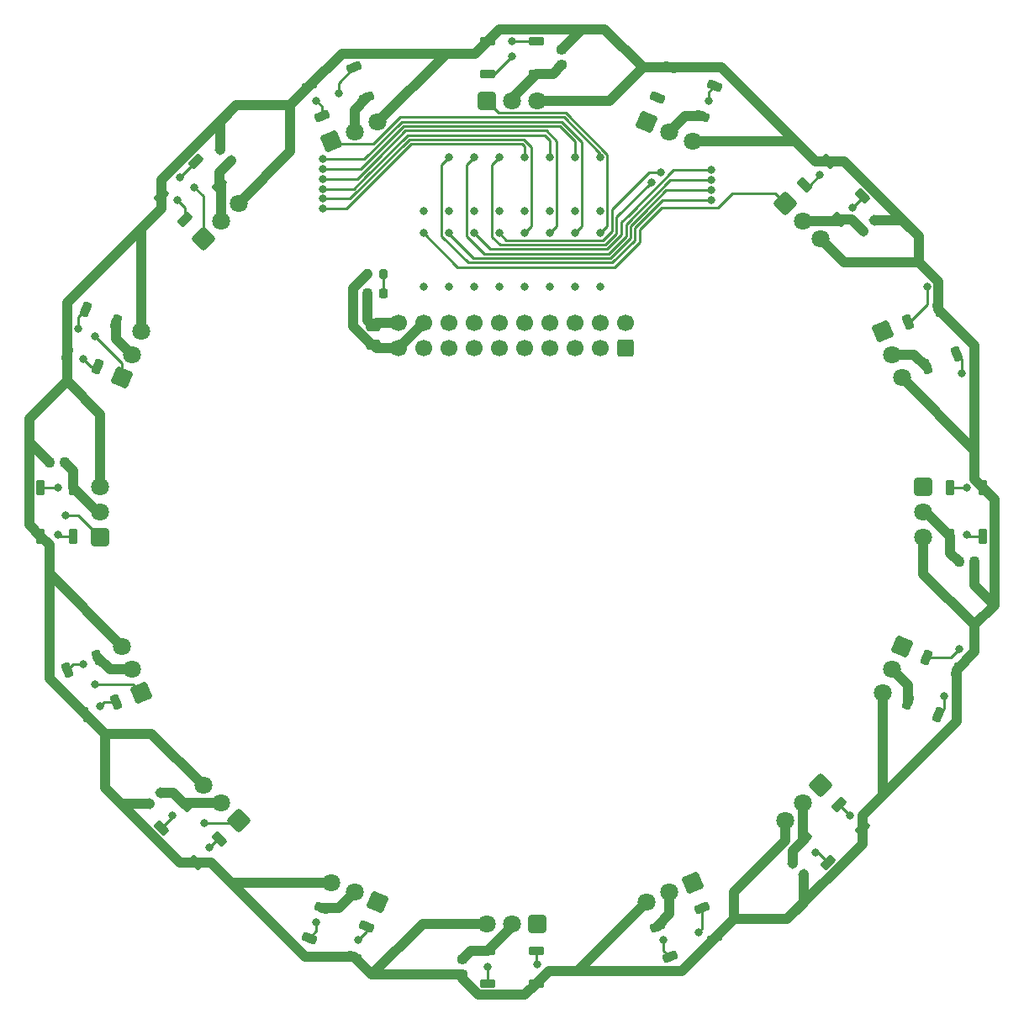
<source format=gbr>
%TF.GenerationSoftware,KiCad,Pcbnew,7.0.6*%
%TF.CreationDate,2023-12-16T12:44:13+09:00*%
%TF.ProjectId,BallSensor_TSSP58038_20230330,42616c6c-5365-46e7-936f-725f54535350,rev?*%
%TF.SameCoordinates,Original*%
%TF.FileFunction,Copper,L1,Top*%
%TF.FilePolarity,Positive*%
%FSLAX46Y46*%
G04 Gerber Fmt 4.6, Leading zero omitted, Abs format (unit mm)*
G04 Created by KiCad (PCBNEW 7.0.6) date 2023-12-16 12:44:13*
%MOMM*%
%LPD*%
G01*
G04 APERTURE LIST*
G04 Aperture macros list*
%AMRoundRect*
0 Rectangle with rounded corners*
0 $1 Rounding radius*
0 $2 $3 $4 $5 $6 $7 $8 $9 X,Y pos of 4 corners*
0 Add a 4 corners polygon primitive as box body*
4,1,4,$2,$3,$4,$5,$6,$7,$8,$9,$2,$3,0*
0 Add four circle primitives for the rounded corners*
1,1,$1+$1,$2,$3*
1,1,$1+$1,$4,$5*
1,1,$1+$1,$6,$7*
1,1,$1+$1,$8,$9*
0 Add four rect primitives between the rounded corners*
20,1,$1+$1,$2,$3,$4,$5,0*
20,1,$1+$1,$4,$5,$6,$7,0*
20,1,$1+$1,$6,$7,$8,$9,0*
20,1,$1+$1,$8,$9,$2,$3,0*%
G04 Aperture macros list end*
%TA.AperFunction,SMDPad,CuDef*%
%ADD10RoundRect,0.225000X0.212132X0.530330X-0.530330X-0.212132X-0.212132X-0.530330X0.530330X0.212132X0*%
%TD*%
%TA.AperFunction,SMDPad,CuDef*%
%ADD11RoundRect,0.225000X0.250000X-0.225000X0.250000X0.225000X-0.250000X0.225000X-0.250000X-0.225000X0*%
%TD*%
%TA.AperFunction,SMDPad,CuDef*%
%ADD12RoundRect,0.225000X-0.571141X-0.006964X0.398933X-0.408782X0.571141X0.006964X-0.398933X0.408782X0*%
%TD*%
%TA.AperFunction,SMDPad,CuDef*%
%ADD13RoundRect,0.225000X0.408782X-0.398933X0.006964X0.571141X-0.408782X0.398933X-0.006964X-0.571141X0*%
%TD*%
%TA.AperFunction,SMDPad,CuDef*%
%ADD14RoundRect,0.200000X-0.200000X-0.275000X0.200000X-0.275000X0.200000X0.275000X-0.200000X0.275000X0*%
%TD*%
%TA.AperFunction,SMDPad,CuDef*%
%ADD15RoundRect,0.225000X0.225000X0.250000X-0.225000X0.250000X-0.225000X-0.250000X0.225000X-0.250000X0*%
%TD*%
%TA.AperFunction,SMDPad,CuDef*%
%ADD16RoundRect,0.225000X0.398933X0.408782X-0.571141X0.006964X-0.398933X-0.408782X0.571141X-0.006964X0*%
%TD*%
%TA.AperFunction,SMDPad,CuDef*%
%ADD17RoundRect,0.225000X-0.530330X0.212132X0.212132X-0.530330X0.530330X-0.212132X-0.212132X0.530330X0*%
%TD*%
%TA.AperFunction,SMDPad,CuDef*%
%ADD18RoundRect,0.250000X0.475000X-0.250000X0.475000X0.250000X-0.475000X0.250000X-0.475000X-0.250000X0*%
%TD*%
%TA.AperFunction,SMDPad,CuDef*%
%ADD19RoundRect,0.225000X-0.225000X0.525000X-0.225000X-0.525000X0.225000X-0.525000X0.225000X0.525000X0*%
%TD*%
%TA.AperFunction,SMDPad,CuDef*%
%ADD20RoundRect,0.225000X-0.250000X0.225000X-0.250000X-0.225000X0.250000X-0.225000X0.250000X0.225000X0*%
%TD*%
%TA.AperFunction,SMDPad,CuDef*%
%ADD21RoundRect,0.225000X-0.212132X-0.530330X0.530330X0.212132X0.212132X0.530330X-0.530330X-0.212132X0*%
%TD*%
%TA.AperFunction,SMDPad,CuDef*%
%ADD22RoundRect,0.225000X-0.335876X-0.017678X-0.017678X-0.335876X0.335876X0.017678X0.017678X0.335876X0*%
%TD*%
%TA.AperFunction,SMDPad,CuDef*%
%ADD23RoundRect,0.225000X0.225000X-0.525000X0.225000X0.525000X-0.225000X0.525000X-0.225000X-0.525000X0*%
%TD*%
%TA.AperFunction,SMDPad,CuDef*%
%ADD24RoundRect,0.225000X-0.398933X-0.408782X0.571141X-0.006964X0.398933X0.408782X-0.571141X0.006964X0*%
%TD*%
%TA.AperFunction,SMDPad,CuDef*%
%ADD25RoundRect,0.225000X0.335876X0.017678X0.017678X0.335876X-0.335876X-0.017678X-0.017678X-0.335876X0*%
%TD*%
%TA.AperFunction,SMDPad,CuDef*%
%ADD26RoundRect,0.218750X-0.218750X-0.256250X0.218750X-0.256250X0.218750X0.256250X-0.218750X0.256250X0*%
%TD*%
%TA.AperFunction,SMDPad,CuDef*%
%ADD27RoundRect,0.225000X-0.006964X0.571141X-0.408782X-0.398933X0.006964X-0.571141X0.408782X0.398933X0*%
%TD*%
%TA.AperFunction,SMDPad,CuDef*%
%ADD28RoundRect,0.225000X-0.525000X-0.225000X0.525000X-0.225000X0.525000X0.225000X-0.525000X0.225000X0*%
%TD*%
%TA.AperFunction,SMDPad,CuDef*%
%ADD29RoundRect,0.225000X-0.225000X-0.250000X0.225000X-0.250000X0.225000X0.250000X-0.225000X0.250000X0*%
%TD*%
%TA.AperFunction,SMDPad,CuDef*%
%ADD30RoundRect,0.225000X0.006964X-0.571141X0.408782X0.398933X-0.006964X0.571141X-0.408782X-0.398933X0*%
%TD*%
%TA.AperFunction,SMDPad,CuDef*%
%ADD31RoundRect,0.225000X0.525000X0.225000X-0.525000X0.225000X-0.525000X-0.225000X0.525000X-0.225000X0*%
%TD*%
%TA.AperFunction,SMDPad,CuDef*%
%ADD32RoundRect,0.225000X0.571141X0.006964X-0.398933X0.408782X-0.571141X-0.006964X0.398933X-0.408782X0*%
%TD*%
%TA.AperFunction,SMDPad,CuDef*%
%ADD33RoundRect,0.225000X-0.408782X0.398933X-0.006964X-0.571141X0.408782X-0.398933X0.006964X0.571141X0*%
%TD*%
%TA.AperFunction,SMDPad,CuDef*%
%ADD34RoundRect,0.225000X-0.017678X0.335876X-0.335876X0.017678X0.017678X-0.335876X0.335876X-0.017678X0*%
%TD*%
%TA.AperFunction,SMDPad,CuDef*%
%ADD35RoundRect,0.225000X0.017678X-0.335876X0.335876X-0.017678X-0.017678X0.335876X-0.335876X0.017678X0*%
%TD*%
%TA.AperFunction,SMDPad,CuDef*%
%ADD36RoundRect,0.225000X0.530330X-0.212132X-0.212132X0.530330X-0.530330X0.212132X0.212132X-0.530330X0*%
%TD*%
%TA.AperFunction,ComponentPad*%
%ADD37RoundRect,0.250200X0.849005X0.351669X-0.351669X0.849005X-0.849005X-0.351669X0.351669X-0.849005X0*%
%TD*%
%TA.AperFunction,ComponentPad*%
%ADD38C,1.800000*%
%TD*%
%TA.AperFunction,ComponentPad*%
%ADD39RoundRect,0.250200X-0.849005X-0.351669X0.351669X-0.849005X0.849005X0.351669X-0.351669X0.849005X0*%
%TD*%
%TA.AperFunction,ComponentPad*%
%ADD40RoundRect,0.250200X-0.918956X0.000000X0.000000X-0.918956X0.918956X0.000000X0.000000X0.918956X0*%
%TD*%
%TA.AperFunction,ComponentPad*%
%ADD41RoundRect,0.250000X0.600000X-0.600000X0.600000X0.600000X-0.600000X0.600000X-0.600000X-0.600000X0*%
%TD*%
%TA.AperFunction,ComponentPad*%
%ADD42C,1.700000*%
%TD*%
%TA.AperFunction,ComponentPad*%
%ADD43RoundRect,0.250200X-0.649800X-0.649800X0.649800X-0.649800X0.649800X0.649800X-0.649800X0.649800X0*%
%TD*%
%TA.AperFunction,ComponentPad*%
%ADD44RoundRect,0.250200X-0.351669X0.849005X-0.849005X-0.351669X0.351669X-0.849005X0.849005X0.351669X0*%
%TD*%
%TA.AperFunction,ComponentPad*%
%ADD45RoundRect,0.250200X0.918956X0.000000X0.000000X0.918956X-0.918956X0.000000X0.000000X-0.918956X0*%
%TD*%
%TA.AperFunction,ComponentPad*%
%ADD46RoundRect,0.250200X0.649800X-0.649800X0.649800X0.649800X-0.649800X0.649800X-0.649800X-0.649800X0*%
%TD*%
%TA.AperFunction,ComponentPad*%
%ADD47RoundRect,0.250200X0.351669X0.849005X-0.849005X0.351669X-0.351669X-0.849005X0.849005X-0.351669X0*%
%TD*%
%TA.AperFunction,ComponentPad*%
%ADD48RoundRect,0.250200X0.000000X-0.918956X0.918956X0.000000X0.000000X0.918956X-0.918956X0.000000X0*%
%TD*%
%TA.AperFunction,ComponentPad*%
%ADD49RoundRect,0.250200X-0.649800X0.649800X-0.649800X-0.649800X0.649800X-0.649800X0.649800X0.649800X0*%
%TD*%
%TA.AperFunction,ComponentPad*%
%ADD50RoundRect,0.250200X0.351669X-0.849005X0.849005X0.351669X-0.351669X0.849005X-0.849005X-0.351669X0*%
%TD*%
%TA.AperFunction,ComponentPad*%
%ADD51RoundRect,0.250200X-0.351669X-0.849005X0.849005X-0.351669X0.351669X0.849005X-0.849005X0.351669X0*%
%TD*%
%TA.AperFunction,ComponentPad*%
%ADD52RoundRect,0.250200X-0.849005X0.351669X-0.351669X-0.849005X0.849005X-0.351669X0.351669X0.849005X0*%
%TD*%
%TA.AperFunction,ComponentPad*%
%ADD53RoundRect,0.250200X0.849005X-0.351669X0.351669X0.849005X-0.849005X0.351669X-0.351669X-0.849005X0*%
%TD*%
%TA.AperFunction,ComponentPad*%
%ADD54RoundRect,0.250200X0.000000X0.918956X-0.918956X0.000000X0.000000X-0.918956X0.918956X0.000000X0*%
%TD*%
%TA.AperFunction,ComponentPad*%
%ADD55RoundRect,0.250200X0.649800X0.649800X-0.649800X0.649800X-0.649800X-0.649800X0.649800X-0.649800X0*%
%TD*%
%TA.AperFunction,ViaPad*%
%ADD56C,0.800000*%
%TD*%
%TA.AperFunction,Conductor*%
%ADD57C,1.000000*%
%TD*%
%TA.AperFunction,Conductor*%
%ADD58C,0.250000*%
%TD*%
G04 APERTURE END LIST*
D10*
%TO.P,D12,1,VDD*%
%TO.N,+5V*%
X136249628Y-131505805D03*
%TO.P,D12,2,DOUT*%
%TO.N,Net-(D12-DOUT)*%
X133916175Y-129172352D03*
%TO.P,D12,3,VSS*%
%TO.N,GND*%
X130451352Y-132637175D03*
%TO.P,D12,4,DIN*%
%TO.N,Net-(D11-DOUT)*%
X132784805Y-134970628D03*
%TD*%
D11*
%TO.P,C18,2*%
%TO.N,+5V*%
X105965000Y-53111000D03*
%TO.P,C18,1*%
%TO.N,GND*%
X105965000Y-54661000D03*
%TD*%
D12*
%TO.P,D17,1,VDD*%
%TO.N,+5V*%
X116859824Y-54910341D03*
%TO.P,D17,2,DOUT*%
%TO.N,unconnected-(D17-DOUT-Pad2)*%
X115596968Y-57959144D03*
%TO.P,D17,3,VSS*%
%TO.N,GND*%
X120123978Y-59834293D03*
%TO.P,D17,4,DIN*%
%TO.N,Net-(D16-DOUT)*%
X121386834Y-56785490D03*
%TD*%
D13*
%TO.P,D7,1,VDD*%
%TO.N,+5V*%
X58064490Y-120107834D03*
%TO.P,D7,2,DOUT*%
%TO.N,Net-(D7-DOUT)*%
X61113293Y-118844978D03*
%TO.P,D7,3,VSS*%
%TO.N,GND*%
X59238144Y-114317968D03*
%TO.P,D7,4,DIN*%
%TO.N,Net-(D6-DOUT)*%
X56189341Y-115580824D03*
%TD*%
D14*
%TO.P,R1,1*%
%TO.N,+5V*%
X86390000Y-75705000D03*
%TO.P,R1,2*%
%TO.N,Net-(D1-A)*%
X88040000Y-75705000D03*
%TD*%
D15*
%TO.P,C20,1*%
%TO.N,GND*%
X55940000Y-94686000D03*
%TO.P,C20,2*%
%TO.N,+5V*%
X54390000Y-94686000D03*
%TD*%
D16*
%TO.P,D11,1,VDD*%
%TO.N,+5V*%
X121386834Y-142586509D03*
%TO.P,D11,2,DOUT*%
%TO.N,Net-(D11-DOUT)*%
X120123978Y-139537706D03*
%TO.P,D11,3,VSS*%
%TO.N,GND*%
X115596968Y-141412855D03*
%TO.P,D11,4,DIN*%
%TO.N,Net-(D10-DOUT)*%
X116859824Y-144461658D03*
%TD*%
D17*
%TO.P,D16,1,VDD*%
%TO.N,+5V*%
X132784805Y-64401371D03*
%TO.P,D16,2,DOUT*%
%TO.N,Net-(D16-DOUT)*%
X130451352Y-66734824D03*
%TO.P,D16,3,VSS*%
%TO.N,GND*%
X133916175Y-70199647D03*
%TO.P,D16,4,DIN*%
%TO.N,Net-(D15-DOUT)*%
X136249628Y-67866194D03*
%TD*%
D18*
%TO.P,BYPS,1*%
%TO.N,+5V*%
X86995000Y-82865000D03*
%TO.P,BYPS,2*%
%TO.N,GND*%
X86995000Y-80965000D03*
%TD*%
D19*
%TO.P,D14,1,VDD*%
%TO.N,+5V*%
X148415000Y-97236000D03*
%TO.P,D14,2,DOUT*%
%TO.N,Net-(D14-DOUT)*%
X145115000Y-97236000D03*
%TO.P,D14,3,VSS*%
%TO.N,GND*%
X145115000Y-102136000D03*
%TO.P,D14,4,DIN*%
%TO.N,Net-(D13-DOUT)*%
X148415000Y-102136000D03*
%TD*%
D20*
%TO.P,C22,1*%
%TO.N,GND*%
X95965000Y-144711000D03*
%TO.P,C22,2*%
%TO.N,+5V*%
X95965000Y-146261000D03*
%TD*%
D21*
%TO.P,D4,1,VDD*%
%TO.N,+5V*%
X65680371Y-67866194D03*
%TO.P,D4,2,DOUT*%
%TO.N,Net-(D4-DOUT)*%
X68013824Y-70199647D03*
%TO.P,D4,3,VSS*%
%TO.N,GND*%
X71478647Y-66734824D03*
%TO.P,D4,4,DIN*%
%TO.N,Net-(D3-DOUT)*%
X69145194Y-64401371D03*
%TD*%
D22*
%TO.P,C23,1*%
%TO.N,GND*%
X129266948Y-135059016D03*
%TO.P,C23,2*%
%TO.N,+5V*%
X130362964Y-136155032D03*
%TD*%
D23*
%TO.P,D6,1,VDD*%
%TO.N,+5V*%
X53515000Y-102136000D03*
%TO.P,D6,2,DOUT*%
%TO.N,Net-(D6-DOUT)*%
X56815000Y-102136000D03*
%TO.P,D6,3,VSS*%
%TO.N,GND*%
X56815000Y-97236000D03*
%TO.P,D6,4,DIN*%
%TO.N,Net-(D5-DOUT)*%
X53515000Y-97236000D03*
%TD*%
D24*
%TO.P,D3,1,VDD*%
%TO.N,+5V*%
X80543165Y-56785490D03*
%TO.P,D3,2,DOUT*%
%TO.N,Net-(D3-DOUT)*%
X81806021Y-59834293D03*
%TO.P,D3,3,VSS*%
%TO.N,GND*%
X86333031Y-57959144D03*
%TO.P,D3,4,DIN*%
%TO.N,Net-(D2-DOUT)*%
X85070175Y-54910341D03*
%TD*%
D25*
%TO.P,C19,1*%
%TO.N,GND*%
X72663051Y-64312983D03*
%TO.P,C19,2*%
%TO.N,+5V*%
X71567035Y-63216967D03*
%TD*%
D26*
%TO.P,PWR,1,K*%
%TO.N,GND*%
X86427500Y-77686000D03*
%TO.P,PWR,2,A*%
%TO.N,Net-(D1-A)*%
X88002500Y-77686000D03*
%TD*%
D27*
%TO.P,D13,1,VDD*%
%TO.N,+5V*%
X145740658Y-115580824D03*
%TO.P,D13,2,DOUT*%
%TO.N,Net-(D13-DOUT)*%
X142691855Y-114317968D03*
%TO.P,D13,3,VSS*%
%TO.N,GND*%
X140816706Y-118844978D03*
%TO.P,D13,4,DIN*%
%TO.N,Net-(D12-DOUT)*%
X143865509Y-120107834D03*
%TD*%
D28*
%TO.P,D2,1,VDD*%
%TO.N,+5V*%
X98515000Y-52236000D03*
%TO.P,D2,2,DOUT*%
%TO.N,Net-(D2-DOUT)*%
X98515000Y-55536000D03*
%TO.P,D2,3,VSS*%
%TO.N,GND*%
X103415000Y-55536000D03*
%TO.P,D2,4,DIN*%
%TO.N,sig_NeoPixel*%
X103415000Y-52236000D03*
%TD*%
D29*
%TO.P,C24,1*%
%TO.N,GND*%
X145990000Y-104686000D03*
%TO.P,C24,2*%
%TO.N,+5V*%
X147540000Y-104686000D03*
%TD*%
D30*
%TO.P,D5,1,VDD*%
%TO.N,+5V*%
X56189341Y-83791175D03*
%TO.P,D5,2,DOUT*%
%TO.N,Net-(D5-DOUT)*%
X59238144Y-85054031D03*
%TO.P,D5,3,VSS*%
%TO.N,GND*%
X61113293Y-80527021D03*
%TO.P,D5,4,DIN*%
%TO.N,Net-(D4-DOUT)*%
X58064490Y-79264165D03*
%TD*%
D31*
%TO.P,D10,1,VDD*%
%TO.N,+5V*%
X103415000Y-147136000D03*
%TO.P,D10,2,DOUT*%
%TO.N,Net-(D10-DOUT)*%
X103415000Y-143836000D03*
%TO.P,D10,3,VSS*%
%TO.N,GND*%
X98515000Y-143836000D03*
%TO.P,D10,4,DIN*%
%TO.N,Net-(D10-DIN)*%
X98515000Y-147136000D03*
%TD*%
D32*
%TO.P,D9,1,VDD*%
%TO.N,+5V*%
X85070175Y-144461658D03*
%TO.P,D9,2,DOUT*%
%TO.N,Net-(D10-DIN)*%
X86333031Y-141412855D03*
%TO.P,D9,3,VSS*%
%TO.N,GND*%
X81806021Y-139537706D03*
%TO.P,D9,4,DIN*%
%TO.N,Net-(D8-DOUT)*%
X80543165Y-142586509D03*
%TD*%
D33*
%TO.P,D15,1,VDD*%
%TO.N,+5V*%
X143865509Y-79264165D03*
%TO.P,D15,2,DOUT*%
%TO.N,Net-(D15-DOUT)*%
X140816706Y-80527021D03*
%TO.P,D15,3,VSS*%
%TO.N,GND*%
X142691855Y-85054031D03*
%TO.P,D15,4,DIN*%
%TO.N,Net-(D14-DOUT)*%
X145740658Y-83791175D03*
%TD*%
D34*
%TO.P,C21,1*%
%TO.N,GND*%
X65591983Y-127987948D03*
%TO.P,C21,2*%
%TO.N,+5V*%
X64495967Y-129083964D03*
%TD*%
D35*
%TO.P,C25,1*%
%TO.N,GND*%
X136338016Y-71384051D03*
%TO.P,C25,2*%
%TO.N,+5V*%
X137434032Y-70288035D03*
%TD*%
D36*
%TO.P,D8,1,VDD*%
%TO.N,+5V*%
X69145194Y-134970628D03*
%TO.P,D8,2,DOUT*%
%TO.N,Net-(D8-DOUT)*%
X71478647Y-132637175D03*
%TO.P,D8,3,VSS*%
%TO.N,GND*%
X68013824Y-129172352D03*
%TO.P,D8,4,DIN*%
%TO.N,Net-(D7-DOUT)*%
X65680371Y-131505805D03*
%TD*%
D37*
%TO.P,U8,1,OUT*%
%TO.N,sig8*%
X87449425Y-138952822D03*
D38*
%TO.P,U8,2,GND*%
%TO.N,GND*%
X85102771Y-137980806D03*
%TO.P,U8,3,Vs*%
%TO.N,+5V*%
X82756117Y-137008790D03*
%TD*%
D39*
%TO.P,U16,1,OUT*%
%TO.N,sig16*%
X114480574Y-60419177D03*
D38*
%TO.P,U16,2,GND*%
%TO.N,GND*%
X116827228Y-61391193D03*
%TO.P,U16,3,Vs*%
%TO.N,+5V*%
X119173882Y-62363209D03*
%TD*%
D40*
%TO.P,U15,1,OUT*%
%TO.N,sig15*%
X128478525Y-68580372D03*
D38*
%TO.P,U15,2,GND*%
%TO.N,GND*%
X130274576Y-70376423D03*
%TO.P,U15,3,Vs*%
%TO.N,+5V*%
X132070627Y-72172474D03*
%TD*%
D41*
%TO.P,J1,1,Pin_1*%
%TO.N,sig1-LPF*%
X112395000Y-83185000D03*
D42*
%TO.P,J1,2,Pin_2*%
%TO.N,sig2-LPF*%
X112395000Y-80645000D03*
%TO.P,J1,3,Pin_3*%
%TO.N,sig3-LPF*%
X109855000Y-83185000D03*
%TO.P,J1,4,Pin_4*%
%TO.N,sig4-LPF*%
X109855000Y-80645000D03*
%TO.P,J1,5,Pin_5*%
%TO.N,sig5-LPF*%
X107315000Y-83185000D03*
%TO.P,J1,6,Pin_6*%
%TO.N,sig6-LPF*%
X107315000Y-80645000D03*
%TO.P,J1,7,Pin_7*%
%TO.N,sig7-LPF*%
X104775000Y-83185000D03*
%TO.P,J1,8,Pin_8*%
%TO.N,sig8-LPF*%
X104775000Y-80645000D03*
%TO.P,J1,9,Pin_9*%
%TO.N,sig9-LPF*%
X102235000Y-83185000D03*
%TO.P,J1,10,Pin_10*%
%TO.N,sig10-LPF*%
X102235000Y-80645000D03*
%TO.P,J1,11,Pin_11*%
%TO.N,sig11-LPF*%
X99695000Y-83185000D03*
%TO.P,J1,12,Pin_12*%
%TO.N,sig12-LPF*%
X99695000Y-80645000D03*
%TO.P,J1,13,Pin_13*%
%TO.N,sig13-LPF*%
X97155000Y-83185000D03*
%TO.P,J1,14,Pin_14*%
%TO.N,sig14-LPF*%
X97155000Y-80645000D03*
%TO.P,J1,15,Pin_15*%
%TO.N,sig15-LPF*%
X94615000Y-83185000D03*
%TO.P,J1,16,Pin_16*%
%TO.N,sig16-LPF*%
X94615000Y-80645000D03*
%TO.P,J1,17,Pin_17*%
%TO.N,sig_NeoPixel*%
X92075000Y-83185000D03*
%TO.P,J1,18,Pin_18*%
%TO.N,+5V*%
X92075000Y-80645000D03*
%TO.P,J1,19,Pin_19*%
X89535000Y-83185000D03*
%TO.P,J1,20,Pin_20*%
%TO.N,GND*%
X89535000Y-80645000D03*
%TD*%
D43*
%TO.P,U1,1,OUT*%
%TO.N,sig1*%
X98425000Y-58236000D03*
D38*
%TO.P,U1,2,GND*%
%TO.N,GND*%
X100965000Y-58236000D03*
%TO.P,U1,3,Vs*%
%TO.N,+5V*%
X103505000Y-58236000D03*
%TD*%
D44*
%TO.P,U12,1,OUT*%
%TO.N,sig12*%
X140231822Y-113201574D03*
D38*
%TO.P,U12,2,GND*%
%TO.N,GND*%
X139259806Y-115548228D03*
%TO.P,U12,3,Vs*%
%TO.N,+5V*%
X138287790Y-117894882D03*
%TD*%
D45*
%TO.P,U7,1,OUT*%
%TO.N,sig7*%
X73451474Y-130791627D03*
D38*
%TO.P,U7,2,GND*%
%TO.N,GND*%
X71655423Y-128995576D03*
%TO.P,U7,3,Vs*%
%TO.N,+5V*%
X69859372Y-127199525D03*
%TD*%
D46*
%TO.P,U5,1,OUT*%
%TO.N,sig5*%
X59515000Y-102226000D03*
D38*
%TO.P,U5,2,GND*%
%TO.N,GND*%
X59515000Y-99686000D03*
%TO.P,U5,3,Vs*%
%TO.N,+5V*%
X59515000Y-97146000D03*
%TD*%
D47*
%TO.P,U10,1,OUT*%
%TO.N,sig10*%
X119173882Y-137008790D03*
D38*
%TO.P,U10,2,GND*%
%TO.N,GND*%
X116827228Y-137980806D03*
%TO.P,U10,3,Vs*%
%TO.N,+5V*%
X114480574Y-138952822D03*
%TD*%
D48*
%TO.P,U3,1,OUT*%
%TO.N,sig3*%
X69859372Y-72172474D03*
D38*
%TO.P,U3,2,GND*%
%TO.N,GND*%
X71655423Y-70376423D03*
%TO.P,U3,3,Vs*%
%TO.N,+5V*%
X73451474Y-68580372D03*
%TD*%
D49*
%TO.P,U13,1,OUT*%
%TO.N,sig13*%
X142415000Y-97146000D03*
D38*
%TO.P,U13,2,GND*%
%TO.N,GND*%
X142415000Y-99686000D03*
%TO.P,U13,3,Vs*%
%TO.N,+5V*%
X142415000Y-102226000D03*
%TD*%
D50*
%TO.P,U4,1,OUT*%
%TO.N,sig4*%
X61698177Y-86170425D03*
D38*
%TO.P,U4,2,GND*%
%TO.N,GND*%
X62670193Y-83823771D03*
%TO.P,U4,3,Vs*%
%TO.N,+5V*%
X63642209Y-81477117D03*
%TD*%
D51*
%TO.P,U2,1,OUT*%
%TO.N,sig2*%
X82756117Y-62363209D03*
D38*
%TO.P,U2,2,GND*%
%TO.N,GND*%
X85102771Y-61391193D03*
%TO.P,U2,3,Vs*%
%TO.N,+5V*%
X87449425Y-60419177D03*
%TD*%
D52*
%TO.P,U14,1,OUT*%
%TO.N,sig14*%
X138287790Y-81477117D03*
D38*
%TO.P,U14,2,GND*%
%TO.N,GND*%
X139259806Y-83823771D03*
%TO.P,U14,3,Vs*%
%TO.N,+5V*%
X140231822Y-86170425D03*
%TD*%
D53*
%TO.P,U6,1,OUT*%
%TO.N,sig6*%
X63642209Y-117894882D03*
D38*
%TO.P,U6,2,GND*%
%TO.N,GND*%
X62670193Y-115548228D03*
%TO.P,U6,3,Vs*%
%TO.N,+5V*%
X61698177Y-113201574D03*
%TD*%
D54*
%TO.P,U11,1,OUT*%
%TO.N,sig11*%
X132070627Y-127199525D03*
D38*
%TO.P,U11,2,GND*%
%TO.N,GND*%
X130274576Y-128995576D03*
%TO.P,U11,3,Vs*%
%TO.N,+5V*%
X128478525Y-130791627D03*
%TD*%
D55*
%TO.P,U9,1,OUT*%
%TO.N,sig9*%
X103505000Y-141136000D03*
D38*
%TO.P,U9,2,GND*%
%TO.N,GND*%
X100965000Y-141136000D03*
%TO.P,U9,3,Vs*%
%TO.N,+5V*%
X98425000Y-141136000D03*
%TD*%
D56*
%TO.N,GND*%
X92075000Y-76975000D03*
X99695000Y-76975000D03*
X109855000Y-69355000D03*
X104775000Y-69355000D03*
X102235000Y-69355000D03*
X104775000Y-76975000D03*
X107315000Y-76975000D03*
X107315000Y-69355000D03*
X94615000Y-76975000D03*
X102235000Y-76975000D03*
X99695000Y-69355000D03*
X92075000Y-69355000D03*
X109855000Y-76975000D03*
X94615000Y-69355000D03*
X97155000Y-76975000D03*
X97155000Y-69355000D03*
%TO.N,Net-(D2-DOUT)*%
X83500000Y-57500000D03*
X101000000Y-53750000D03*
%TO.N,sig_NeoPixel*%
X101000000Y-52250000D03*
%TO.N,Net-(D3-DOUT)*%
X67500000Y-66000000D03*
X81250000Y-58250000D03*
%TO.N,Net-(D4-DOUT)*%
X67250000Y-68250000D03*
X57288841Y-81250000D03*
%TO.N,Net-(D5-DOUT)*%
X57750000Y-84250000D03*
X55250000Y-97250000D03*
%TO.N,Net-(D6-DOUT)*%
X55250000Y-102000000D03*
X57750000Y-115000000D03*
%TO.N,Net-(D7-DOUT)*%
X66750000Y-130250000D03*
X59500000Y-119250000D03*
%TO.N,Net-(D8-DOUT)*%
X70500000Y-133500000D03*
X81250000Y-141000000D03*
%TO.N,Net-(D10-DIN)*%
X98500000Y-145500000D03*
X85500000Y-142750000D03*
%TO.N,Net-(D10-DOUT)*%
X103500000Y-145250000D03*
X116250000Y-142750000D03*
%TO.N,Net-(D11-DOUT)*%
X119750000Y-142000000D03*
X131500000Y-134000000D03*
%TO.N,Net-(D12-DOUT)*%
X135000000Y-130250000D03*
X144500000Y-118250000D03*
%TO.N,Net-(D13-DOUT)*%
X146750000Y-102000000D03*
X146000000Y-113500000D03*
%TO.N,Net-(D14-DOUT)*%
X146250000Y-85750000D03*
X146750000Y-97250000D03*
%TO.N,Net-(D15-DOUT)*%
X142793571Y-76956428D03*
X135250000Y-69000000D03*
%TO.N,Net-(D16-DOUT)*%
X120750000Y-58250000D03*
X132000000Y-65750000D03*
%TO.N,sig1*%
X109855000Y-71580500D03*
%TO.N,sig2*%
X109855000Y-63960500D03*
%TO.N,sig3*%
X81915000Y-64135000D03*
X69000000Y-67000000D03*
X107315000Y-71580500D03*
%TO.N,sig4*%
X59000000Y-82000000D03*
X81915000Y-65134503D03*
X107315000Y-63960500D03*
%TO.N,sig5*%
X56000000Y-100000000D03*
X81915000Y-66134006D03*
X104775000Y-71580500D03*
%TO.N,sig6*%
X104775000Y-63960500D03*
X81915000Y-67133509D03*
X59000000Y-117000000D03*
%TO.N,sig7*%
X70000000Y-131000000D03*
X81915000Y-68133012D03*
X102235000Y-71580500D03*
%TO.N,sig8*%
X102235000Y-63960500D03*
X81915000Y-69132515D03*
%TO.N,sig9*%
X115989908Y-65489908D03*
X99695000Y-71580500D03*
%TO.N,sig10*%
X99695000Y-63960500D03*
X114989908Y-66489908D03*
%TO.N,sig11*%
X121000000Y-65250497D03*
X97155000Y-71580500D03*
%TO.N,sig12*%
X97155000Y-63960500D03*
X121000000Y-66250000D03*
%TO.N,sig13*%
X121000000Y-67275997D03*
X94615000Y-71580500D03*
%TO.N,sig14*%
X94615000Y-63960500D03*
X121000000Y-68275500D03*
%TO.N,sig15*%
X92075000Y-71580500D03*
%TD*%
D57*
%TO.N,+5V*%
X140297815Y-70288035D02*
X141946619Y-71936839D01*
X137434032Y-70288035D02*
X140297815Y-70288035D01*
%TO.N,GND*%
X135153612Y-70199647D02*
X136338016Y-71384051D01*
X133916175Y-70199647D02*
X135153612Y-70199647D01*
X145115000Y-103811000D02*
X145990000Y-104686000D01*
X145115000Y-102136000D02*
X145115000Y-103811000D01*
%TO.N,+5V*%
X142415000Y-105915000D02*
X147557778Y-111057778D01*
X142415000Y-102226000D02*
X142415000Y-105915000D01*
X147540000Y-107025556D02*
X149565000Y-109050556D01*
X147540000Y-104686000D02*
X147540000Y-107025556D01*
X128478525Y-132771475D02*
X123288186Y-137961814D01*
X123288186Y-137961814D02*
X123288186Y-140685157D01*
X128478525Y-130791627D02*
X128478525Y-132771475D01*
X130362964Y-139018815D02*
X128696622Y-140685157D01*
X130362964Y-136155032D02*
X130362964Y-139018815D01*
%TO.N,GND*%
X129266948Y-133821579D02*
X129266948Y-135059016D01*
X130451352Y-132637175D02*
X129266948Y-133821579D01*
%TO.N,+5V*%
X91994517Y-141136000D02*
X86869517Y-146261000D01*
X98425000Y-141136000D02*
X91994517Y-141136000D01*
X95965000Y-146261000D02*
X86869517Y-146261000D01*
X86869517Y-146261000D02*
X85070175Y-144461658D01*
X95965000Y-146644148D02*
X95965000Y-146261000D01*
X97606852Y-148286000D02*
X95965000Y-146644148D01*
%TO.N,GND*%
X96840000Y-143836000D02*
X95965000Y-144711000D01*
X98515000Y-143836000D02*
X96840000Y-143836000D01*
%TO.N,+5V*%
X61632184Y-129083964D02*
X59983381Y-127435161D01*
X64495967Y-129083964D02*
X61632184Y-129083964D01*
%TO.N,GND*%
X66829420Y-127987948D02*
X65591983Y-127987948D01*
X68013824Y-129172352D02*
X66829420Y-127987948D01*
%TO.N,+5V*%
X64686572Y-122026725D02*
X59983381Y-122026725D01*
X69859372Y-127199525D02*
X64686572Y-122026725D01*
X52365000Y-92661000D02*
X52365000Y-90321444D01*
X54390000Y-94686000D02*
X52365000Y-92661000D01*
%TO.N,GND*%
X56815000Y-95561000D02*
X55940000Y-94686000D01*
X56815000Y-97236000D02*
X56815000Y-95561000D01*
%TO.N,+5V*%
X78641808Y-63390038D02*
X78641808Y-58686847D01*
X73451474Y-68580372D02*
X78641808Y-63390038D01*
X71567035Y-60353184D02*
X73233372Y-58686847D01*
X71567035Y-63216967D02*
X71567035Y-60353184D01*
%TO.N,GND*%
X71478647Y-65497387D02*
X72663051Y-64312983D01*
X71478647Y-66734824D02*
X71478647Y-65497387D01*
%TO.N,+5V*%
X107990000Y-51086000D02*
X110326920Y-51086000D01*
X105965000Y-53111000D02*
X107990000Y-51086000D01*
%TO.N,GND*%
X105090000Y-55536000D02*
X105965000Y-54661000D01*
X103415000Y-55536000D02*
X105090000Y-55536000D01*
%TO.N,+5V*%
X61698177Y-113201574D02*
X54392011Y-105895408D01*
X59515000Y-89822762D02*
X56189341Y-86497103D01*
X143893571Y-76500793D02*
X143893571Y-79236103D01*
X53515000Y-102136000D02*
X52365000Y-100986000D01*
X134411151Y-64401371D02*
X141946619Y-71936839D01*
X147537989Y-93476592D02*
X147537989Y-96358989D01*
X114480574Y-138952822D02*
X107561743Y-145871653D01*
X86826497Y-82865000D02*
X86995000Y-82865000D01*
X80543165Y-56785490D02*
X83828309Y-53500346D01*
X134451994Y-74553841D02*
X141946619Y-74553841D01*
X87449425Y-60419177D02*
X94368256Y-53500346D01*
X80140661Y-144461658D02*
X70649631Y-134970628D01*
X138287790Y-117894882D02*
X138287790Y-128234677D01*
X107561743Y-145871653D02*
X104679347Y-145871653D01*
X84963000Y-81001503D02*
X86826497Y-82865000D01*
X136249628Y-131505805D02*
X136249628Y-133132151D01*
X136249628Y-130272839D02*
X136249628Y-131505805D01*
X114151261Y-54910341D02*
X116859824Y-54910341D01*
X147557778Y-111057778D02*
X147557778Y-113763704D01*
X132070627Y-72172474D02*
X134451994Y-74553841D01*
X65680371Y-67866194D02*
X65680371Y-66239848D01*
X145740658Y-115580824D02*
X145740658Y-120781809D01*
X65680371Y-66239848D02*
X73233372Y-58686847D01*
X98515000Y-52236000D02*
X99665000Y-51086000D01*
X121386834Y-142586509D02*
X118101690Y-145871653D01*
X56189341Y-83791175D02*
X56189341Y-78590193D01*
X143893571Y-79236103D02*
X143865509Y-79264165D01*
X65680371Y-69099163D02*
X65680371Y-67866194D01*
X67518848Y-134970628D02*
X59983381Y-127435161D01*
X147537989Y-96358989D02*
X148415000Y-97236000D01*
X94368256Y-53500346D02*
X97250654Y-53500346D01*
X87315000Y-83185000D02*
X86995000Y-82865000D01*
X132784805Y-64401371D02*
X134411151Y-64401371D01*
X69145194Y-134970628D02*
X67518848Y-134970628D01*
X145740658Y-120781809D02*
X136249628Y-130272839D01*
X84963000Y-77132000D02*
X84963000Y-81001503D01*
X103415000Y-147136000D02*
X102265000Y-148286000D01*
X59515000Y-97146000D02*
X59515000Y-89822762D01*
X63642209Y-71137325D02*
X65680371Y-69099163D01*
X59983381Y-122026725D02*
X58064490Y-120107834D01*
X63642209Y-81477117D02*
X63642209Y-71137325D01*
X99665000Y-51086000D02*
X110326920Y-51086000D01*
X104679347Y-145871653D02*
X103415000Y-147136000D01*
X147537989Y-82936645D02*
X147537989Y-96358989D01*
X97250654Y-53500346D02*
X98515000Y-52236000D01*
X85070175Y-144461658D02*
X80140661Y-144461658D01*
X56189341Y-78590193D02*
X65680371Y-69099163D01*
X141946619Y-74553841D02*
X143893571Y-76500793D01*
X89535000Y-83185000D02*
X92075000Y-80645000D01*
X110326920Y-51086000D02*
X114151261Y-54910341D01*
X52365000Y-100986000D02*
X52365000Y-90321444D01*
X54392011Y-103013011D02*
X53515000Y-102136000D01*
X116859824Y-54910341D02*
X122051789Y-54910341D01*
X54392011Y-105895408D02*
X54392011Y-103013011D01*
X56189341Y-86497103D02*
X56189341Y-83791175D01*
X58064490Y-120107834D02*
X54392011Y-116435355D01*
X54392011Y-116435355D02*
X54392011Y-103013011D01*
X138287790Y-128234677D02*
X136249628Y-130272839D01*
X149565000Y-109050556D02*
X147557778Y-111057778D01*
X59983381Y-127435161D02*
X59983381Y-122026725D01*
X86390000Y-75705000D02*
X84963000Y-77132000D01*
X83828309Y-53500346D02*
X97250654Y-53500346D01*
X89535000Y-83185000D02*
X87315000Y-83185000D01*
X73233372Y-58686847D02*
X78641808Y-58686847D01*
X103505000Y-58236000D02*
X110825602Y-58236000D01*
X143865509Y-79264165D02*
X147537989Y-82936645D01*
X140231822Y-86170425D02*
X147537989Y-93476592D01*
X123288186Y-140685157D02*
X121386834Y-142586509D01*
X149565000Y-98386000D02*
X149565000Y-109050556D01*
X110825602Y-58236000D02*
X114151261Y-54910341D01*
X52365000Y-90321444D02*
X56189341Y-86497103D01*
X148415000Y-97236000D02*
X149565000Y-98386000D01*
X136249628Y-133132151D02*
X128696622Y-140685157D01*
X119173882Y-62363209D02*
X129504657Y-62363209D01*
X118101690Y-145871653D02*
X104679347Y-145871653D01*
X70649631Y-134970628D02*
X69145194Y-134970628D01*
X72687793Y-137008790D02*
X70649631Y-134970628D01*
X122051789Y-54910341D02*
X131542819Y-64401371D01*
X131542819Y-64401371D02*
X132784805Y-64401371D01*
X78641808Y-58686847D02*
X80543165Y-56785490D01*
X129504657Y-62363209D02*
X131542819Y-64401371D01*
X102265000Y-148286000D02*
X97606852Y-148286000D01*
X141946619Y-71936839D02*
X141946619Y-74553841D01*
X82756117Y-137008790D02*
X72687793Y-137008790D01*
X145740658Y-115580824D02*
X147557778Y-113763704D01*
X128696622Y-140685157D02*
X123288186Y-140685157D01*
%TO.N,GND*%
X62670193Y-115548228D02*
X60468404Y-115548228D01*
X100965000Y-141386000D02*
X98515000Y-143836000D01*
X85102771Y-61391193D02*
X85102771Y-59189404D01*
X139259806Y-83823771D02*
X141461595Y-83823771D01*
X142665000Y-99686000D02*
X145115000Y-102136000D01*
X130274576Y-128995576D02*
X130274576Y-132460399D01*
X68190600Y-128995576D02*
X68013824Y-129172352D01*
X71655423Y-128995576D02*
X68190600Y-128995576D01*
X59515000Y-99686000D02*
X59265000Y-99686000D01*
X100965000Y-58236000D02*
X100965000Y-57986000D01*
X141461595Y-83823771D02*
X142691855Y-85054031D01*
X140816706Y-117105128D02*
X140816706Y-118844978D01*
X71655423Y-70376423D02*
X71655423Y-66911600D01*
X139259806Y-115548228D02*
X140816706Y-117105128D01*
X71655423Y-66911600D02*
X71478647Y-66734824D01*
X60468404Y-115548228D02*
X59238144Y-114317968D01*
X86427500Y-80397500D02*
X86995000Y-80965000D01*
X87315000Y-80645000D02*
X86995000Y-80965000D01*
X85102771Y-59189404D02*
X86333031Y-57959144D01*
X116827228Y-137980806D02*
X116827228Y-140182595D01*
X116827228Y-140182595D02*
X115596968Y-141412855D01*
X142415000Y-99686000D02*
X142665000Y-99686000D01*
X83545871Y-139537706D02*
X81806021Y-139537706D01*
X62670193Y-83823771D02*
X61113293Y-82266871D01*
X100965000Y-141136000D02*
X100965000Y-141386000D01*
X85102771Y-137980806D02*
X83545871Y-139537706D01*
X116827228Y-61391193D02*
X118384128Y-59834293D01*
X130274576Y-70376423D02*
X133739399Y-70376423D01*
X61113293Y-82266871D02*
X61113293Y-80527021D01*
X89535000Y-80645000D02*
X87315000Y-80645000D01*
X86427500Y-77686000D02*
X86427500Y-80397500D01*
X130274576Y-132460399D02*
X130451352Y-132637175D01*
X59265000Y-99686000D02*
X56815000Y-97236000D01*
X118384128Y-59834293D02*
X120123978Y-59834293D01*
X100965000Y-57986000D02*
X103415000Y-55536000D01*
X133739399Y-70376423D02*
X133916175Y-70199647D01*
D58*
%TO.N,Net-(D1-A)*%
X88002500Y-75742500D02*
X88040000Y-75705000D01*
X88002500Y-77686000D02*
X88002500Y-75742500D01*
%TO.N,Net-(D2-DOUT)*%
X83500000Y-57500000D02*
X83500000Y-56480516D01*
X99214000Y-55536000D02*
X101000000Y-53750000D01*
X83500000Y-56480516D02*
X85070175Y-54910341D01*
X98515000Y-55536000D02*
X99214000Y-55536000D01*
%TO.N,sig_NeoPixel*%
X103415000Y-52236000D02*
X101014000Y-52236000D01*
X101014000Y-52236000D02*
X101000000Y-52250000D01*
%TO.N,Net-(D3-DOUT)*%
X67546565Y-66000000D02*
X69145194Y-64401371D01*
X81806021Y-59834293D02*
X81806021Y-58806021D01*
X81806021Y-58806021D02*
X81250000Y-58250000D01*
X67500000Y-66000000D02*
X67546565Y-66000000D01*
%TO.N,Net-(D4-DOUT)*%
X57288841Y-81250000D02*
X57288841Y-80039814D01*
X68013824Y-70199647D02*
X68013824Y-69013824D01*
X68013824Y-69013824D02*
X67250000Y-68250000D01*
X57288841Y-80039814D02*
X58064490Y-79264165D01*
%TO.N,Net-(D5-DOUT)*%
X58554031Y-85054031D02*
X57750000Y-84250000D01*
X59238144Y-85054031D02*
X58554031Y-85054031D01*
X55250000Y-97250000D02*
X53529000Y-97250000D01*
X53529000Y-97250000D02*
X53515000Y-97236000D01*
%TO.N,Net-(D6-DOUT)*%
X56770165Y-115000000D02*
X56189341Y-115580824D01*
X57750000Y-115000000D02*
X56770165Y-115000000D01*
X55386000Y-102136000D02*
X55250000Y-102000000D01*
X56815000Y-102136000D02*
X55386000Y-102136000D01*
%TO.N,Net-(D7-DOUT)*%
X66750000Y-130436176D02*
X65680371Y-131505805D01*
X59905022Y-118844978D02*
X59500000Y-119250000D01*
X61113293Y-118844978D02*
X59905022Y-118844978D01*
X66750000Y-130250000D02*
X66750000Y-130436176D01*
%TO.N,Net-(D8-DOUT)*%
X81250000Y-141000000D02*
X81250000Y-141879674D01*
X71362825Y-132637175D02*
X70500000Y-133500000D01*
X71478647Y-132637175D02*
X71362825Y-132637175D01*
X81250000Y-141879674D02*
X80543165Y-142586509D01*
%TO.N,Net-(D10-DIN)*%
X86333031Y-141916969D02*
X85500000Y-142750000D01*
X98500000Y-145500000D02*
X98500000Y-147121000D01*
X86333031Y-141412855D02*
X86333031Y-141916969D01*
X98500000Y-147121000D02*
X98515000Y-147136000D01*
%TO.N,Net-(D10-DOUT)*%
X103415000Y-145165000D02*
X103500000Y-145250000D01*
X116250000Y-143851834D02*
X116859824Y-144461658D01*
X103415000Y-143836000D02*
X103415000Y-145165000D01*
X116250000Y-142750000D02*
X116250000Y-143851834D01*
%TO.N,Net-(D11-DOUT)*%
X131500000Y-134000000D02*
X131814177Y-134000000D01*
X120123978Y-139537706D02*
X120123978Y-141626022D01*
X120123978Y-141626022D02*
X119750000Y-142000000D01*
X131814177Y-134000000D02*
X132784805Y-134970628D01*
%TO.N,Net-(D12-DOUT)*%
X133916175Y-129172352D02*
X133922352Y-129172352D01*
X144500000Y-119473343D02*
X143865509Y-120107834D01*
X133922352Y-129172352D02*
X135000000Y-130250000D01*
X144500000Y-118250000D02*
X144500000Y-119473343D01*
%TO.N,Net-(D13-DOUT)*%
X146886000Y-102136000D02*
X146750000Y-102000000D01*
X142691855Y-114317968D02*
X145182032Y-114317968D01*
X148415000Y-102136000D02*
X146886000Y-102136000D01*
X145182032Y-114317968D02*
X146000000Y-113500000D01*
%TO.N,Net-(D14-DOUT)*%
X146736000Y-97236000D02*
X146750000Y-97250000D01*
X145115000Y-97236000D02*
X146736000Y-97236000D01*
X146250000Y-84300517D02*
X145740658Y-83791175D01*
X146250000Y-85750000D02*
X146250000Y-84300517D01*
%TO.N,Net-(D15-DOUT)*%
X141003630Y-80527021D02*
X142793571Y-78737080D01*
X140816706Y-80527021D02*
X141003630Y-80527021D01*
X142793571Y-78737080D02*
X142793571Y-76956428D01*
X136249628Y-68000372D02*
X135250000Y-69000000D01*
X136249628Y-67866194D02*
X136249628Y-68000372D01*
%TO.N,Net-(D16-DOUT)*%
X131015176Y-66734824D02*
X132000000Y-65750000D01*
X130451352Y-66734824D02*
X131015176Y-66734824D01*
X120750000Y-58250000D02*
X120750000Y-57422324D01*
X120750000Y-57422324D02*
X121386834Y-56785490D01*
%TO.N,sig1*%
X99650000Y-59461000D02*
X98425000Y-58236000D01*
X110580000Y-70855500D02*
X110580000Y-63660195D01*
X110580000Y-63660195D02*
X106380805Y-59461000D01*
X106380805Y-59461000D02*
X99650000Y-59461000D01*
X109855000Y-71580500D02*
X110580000Y-70855500D01*
%TO.N,sig2*%
X89690014Y-59911000D02*
X86984821Y-62616193D01*
X83009101Y-62616193D02*
X82756117Y-62363209D01*
X109855000Y-63571591D02*
X106194409Y-59911000D01*
X106194409Y-59911000D02*
X89690014Y-59911000D01*
X109855000Y-63960500D02*
X109855000Y-63571591D01*
X86984821Y-62616193D02*
X83009101Y-62616193D01*
%TO.N,sig3*%
X69859372Y-67859372D02*
X69859372Y-72172474D01*
X69000000Y-67000000D02*
X69859372Y-67859372D01*
X89876410Y-60361000D02*
X86102410Y-64135000D01*
X106008013Y-60361000D02*
X89876410Y-60361000D01*
X108040000Y-62392987D02*
X106008013Y-60361000D01*
X86102410Y-64135000D02*
X81915000Y-64135000D01*
X107315000Y-71580500D02*
X108040000Y-70855500D01*
X108040000Y-70855500D02*
X108040000Y-62392987D01*
%TO.N,sig4*%
X86866903Y-64006903D02*
X85739303Y-65134503D01*
X91440000Y-60811000D02*
X90062806Y-60811000D01*
X85739303Y-65134503D02*
X81915000Y-65134503D01*
X61698177Y-84698177D02*
X61698177Y-86170425D01*
X107315000Y-62304383D02*
X105821617Y-60811000D01*
X90062806Y-60811000D02*
X86866903Y-64006903D01*
X100965000Y-60811000D02*
X91926000Y-60811000D01*
X105821617Y-60811000D02*
X100965000Y-60811000D01*
X91926000Y-60811000D02*
X91440000Y-60811000D01*
X59000000Y-82000000D02*
X61698177Y-84698177D01*
X107315000Y-63960500D02*
X107315000Y-62304383D01*
%TO.N,sig5*%
X56000000Y-100000000D02*
X57289000Y-100000000D01*
X100965000Y-61261000D02*
X90249202Y-61261000D01*
X90249202Y-61261000D02*
X87502601Y-64007601D01*
X105500000Y-62320000D02*
X104441000Y-61261000D01*
X104775000Y-71580500D02*
X105500000Y-70855500D01*
X57289000Y-100000000D02*
X59515000Y-102226000D01*
X104441000Y-61261000D02*
X100965000Y-61261000D01*
X85376196Y-66134006D02*
X81915000Y-66134006D01*
X87502601Y-64007601D02*
X85376196Y-66134006D01*
X105500000Y-70855500D02*
X105500000Y-62320000D01*
%TO.N,sig6*%
X86233299Y-65913299D02*
X85013089Y-67133509D01*
X90435598Y-61711000D02*
X86233299Y-65913299D01*
X104775000Y-62231396D02*
X104254604Y-61711000D01*
X85013089Y-67133509D02*
X81915000Y-67133509D01*
X104254604Y-61711000D02*
X100965000Y-61711000D01*
X59000000Y-117000000D02*
X62747327Y-117000000D01*
X62747327Y-117000000D02*
X63642209Y-117894882D01*
X100965000Y-61711000D02*
X90435598Y-61711000D01*
X104775000Y-63960500D02*
X104775000Y-62231396D01*
%TO.N,sig7*%
X84649982Y-68133012D02*
X81915000Y-68133012D01*
X90621994Y-62161000D02*
X84649982Y-68133012D01*
X70000000Y-131000000D02*
X73243101Y-131000000D01*
X102960000Y-70855500D02*
X102960000Y-62955000D01*
X102235000Y-71580500D02*
X102960000Y-70855500D01*
X102166000Y-62161000D02*
X100965000Y-62161000D01*
X73243101Y-131000000D02*
X73451474Y-130791627D01*
X102960000Y-62955000D02*
X102166000Y-62161000D01*
X100965000Y-62161000D02*
X90621994Y-62161000D01*
%TO.N,sig8*%
X101979604Y-62611000D02*
X100965000Y-62611000D01*
X102235000Y-63960500D02*
X102235000Y-62866396D01*
X102235000Y-62866396D02*
X101979604Y-62611000D01*
X90808390Y-62611000D02*
X90362195Y-63057195D01*
X90362195Y-63057195D02*
X84286875Y-69132515D01*
X84286875Y-69132515D02*
X81915000Y-69132515D01*
X100965000Y-62611000D02*
X90808390Y-62611000D01*
%TO.N,sig9*%
X110155305Y-72305500D02*
X110980402Y-71480402D01*
X111030000Y-69220000D02*
X114760092Y-65489908D01*
X110980402Y-71480402D02*
X111030000Y-71430805D01*
X110980402Y-71480402D02*
X111030000Y-71430804D01*
X111030000Y-71430804D02*
X111030000Y-69220000D01*
X114760092Y-65489908D02*
X115989908Y-65489908D01*
X99695000Y-71580500D02*
X100420000Y-72305500D01*
X100420000Y-72305500D02*
X110155305Y-72305500D01*
%TO.N,sig10*%
X98970000Y-64685500D02*
X98970000Y-71970000D01*
X111480000Y-71617201D02*
X111480000Y-69999816D01*
X111480000Y-69999816D02*
X114989908Y-66489908D01*
X98970000Y-71970000D02*
X99755500Y-72755500D01*
X99755500Y-72755500D02*
X110341701Y-72755500D01*
X99695000Y-63960500D02*
X98970000Y-64685500D01*
X110341701Y-72755500D02*
X111480000Y-71617201D01*
%TO.N,sig11*%
X112000000Y-70504416D02*
X112752208Y-69752208D01*
X97155000Y-71580500D02*
X98780000Y-73205500D01*
X110528097Y-73205500D02*
X112000000Y-71733597D01*
X112000000Y-71733597D02*
X112000000Y-70504416D01*
X117253919Y-65250497D02*
X121000000Y-65250497D01*
X112752208Y-69752208D02*
X112754416Y-69750000D01*
X112754416Y-69750000D02*
X113002208Y-69502208D01*
X113002208Y-69502208D02*
X117253919Y-65250497D01*
X98780000Y-73205500D02*
X110528097Y-73205500D01*
%TO.N,sig12*%
X116890812Y-66250000D02*
X121000000Y-66250000D01*
X112450000Y-71919993D02*
X112450000Y-70690812D01*
X112450000Y-70690812D02*
X116890812Y-66250000D01*
X96430000Y-71880805D02*
X98204695Y-73655500D01*
X98204695Y-73655500D02*
X110714493Y-73655500D01*
X110714493Y-73655500D02*
X112450000Y-71919993D01*
X96430000Y-64685500D02*
X96430000Y-71880805D01*
X97155000Y-63960500D02*
X96430000Y-64685500D01*
%TO.N,sig13*%
X110900889Y-74105500D02*
X112900000Y-72106389D01*
X112900000Y-70877208D02*
X114263604Y-69513604D01*
X114263604Y-69513604D02*
X116501211Y-67275997D01*
X97105500Y-74105500D02*
X110900889Y-74105500D01*
X116501211Y-67275997D02*
X121000000Y-67275997D01*
X112900000Y-71000000D02*
X112900000Y-70877208D01*
X112900000Y-72106389D02*
X112900000Y-71000000D01*
X94615000Y-71615000D02*
X97105500Y-74105500D01*
X94615000Y-71580500D02*
X94615000Y-71615000D01*
%TO.N,sig14*%
X114081802Y-70331802D02*
X116138104Y-68275500D01*
X94615000Y-63960500D02*
X93890000Y-64685500D01*
X116138104Y-68275500D02*
X121000000Y-68275500D01*
X111087285Y-74555500D02*
X113321393Y-72321393D01*
X96564695Y-74555500D02*
X111087285Y-74555500D01*
X113350000Y-72292785D02*
X113350000Y-71063604D01*
X113321393Y-72321393D02*
X113350000Y-72292785D01*
X113350000Y-71063604D02*
X114081802Y-70331802D01*
X93890000Y-71880805D02*
X96564695Y-74555500D01*
X93890000Y-64685500D02*
X93890000Y-71880805D01*
%TO.N,sig15*%
X113800000Y-72479181D02*
X113800000Y-71250000D01*
X116050000Y-69000000D02*
X121750000Y-69000000D01*
X92075000Y-71580500D02*
X95500000Y-75005500D01*
X123195838Y-67554162D02*
X127452315Y-67554162D01*
X111273681Y-75005500D02*
X113800000Y-72479181D01*
X121750000Y-69000000D02*
X123195838Y-67554162D01*
X95500000Y-75005500D02*
X111273681Y-75005500D01*
X113800000Y-71250000D02*
X116050000Y-69000000D01*
X127452315Y-67554162D02*
X128478525Y-68580372D01*
%TD*%
M02*

</source>
